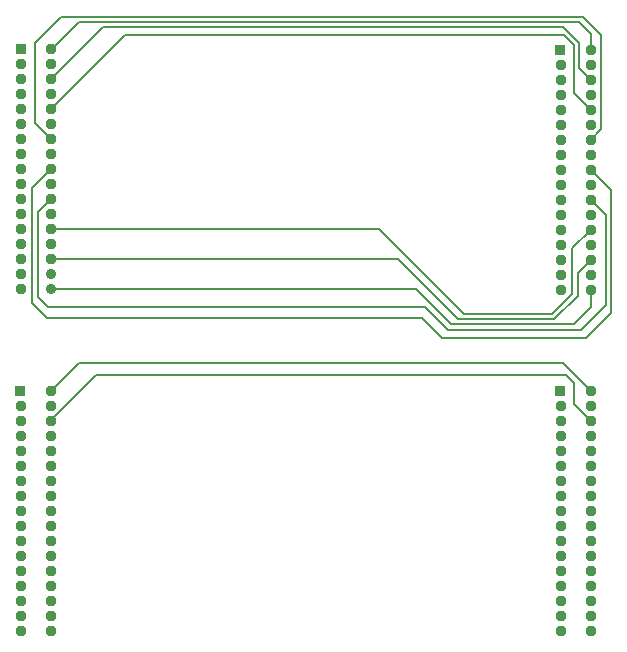
<source format=gbr>
%TF.GenerationSoftware,KiCad,Pcbnew,7.0.7*%
%TF.CreationDate,2023-09-12T23:31:05-05:00*%
%TF.ProjectId,Temps_North_DCT_HSK,54656d70-735f-44e6-9f72-74685f444354,B*%
%TF.SameCoordinates,Original*%
%TF.FileFunction,Copper,L2,Bot*%
%TF.FilePolarity,Positive*%
%FSLAX46Y46*%
G04 Gerber Fmt 4.6, Leading zero omitted, Abs format (unit mm)*
G04 Created by KiCad (PCBNEW 7.0.7) date 2023-09-12 23:31:05*
%MOMM*%
%LPD*%
G01*
G04 APERTURE LIST*
%TA.AperFunction,ComponentPad*%
%ADD10R,0.940800X0.940800*%
%TD*%
%TA.AperFunction,ComponentPad*%
%ADD11C,0.940800*%
%TD*%
%TA.AperFunction,ComponentPad*%
%ADD12C,0.890000*%
%TD*%
%TA.AperFunction,Conductor*%
%ADD13C,0.200000*%
%TD*%
G04 APERTURE END LIST*
D10*
%TO.P,J2,1,Pin_1*%
%TO.N,/TD2_1*%
X93944440Y-79857600D03*
D11*
%TO.P,J2,2,Pin_2*%
%TO.N,/TD2_2*%
X96504760Y-79857600D03*
%TO.P,J2,3,Pin_3*%
%TO.N,unconnected-(J2-Pin_3-Pad3)*%
X93954600Y-81127600D03*
%TO.P,J2,4,Pin_4*%
%TO.N,unconnected-(J2-Pin_4-Pad4)*%
X96494600Y-81127600D03*
%TO.P,J2,5,Pin_5*%
%TO.N,/TD2_5*%
X93954600Y-82397600D03*
%TO.P,J2,6,Pin_6*%
%TO.N,/TD2_6*%
X96494600Y-82397600D03*
%TO.P,J2,7,Pin_7*%
%TO.N,unconnected-(J2-Pin_7-Pad7)*%
X93954600Y-83667600D03*
%TO.P,J2,8,Pin_8*%
%TO.N,unconnected-(J2-Pin_8-Pad8)*%
X96494600Y-83667600D03*
%TO.P,J2,9,Pin_9*%
%TO.N,/TD2_9*%
X93954600Y-84937600D03*
%TO.P,J2,10,Pin_10*%
%TO.N,/TD2_10*%
X96494600Y-84937600D03*
%TO.P,J2,11,Pin_11*%
%TO.N,/TD2_11*%
X93954600Y-86207600D03*
%TO.P,J2,12,Pin_12*%
%TO.N,unconnected-(J2-Pin_12-Pad12)*%
X96494600Y-86207600D03*
%TO.P,J2,13,Pin_13*%
%TO.N,unconnected-(J2-Pin_13-Pad13)*%
X93954600Y-87477600D03*
%TO.P,J2,14,Pin_14*%
%TO.N,unconnected-(J2-Pin_14-Pad14)*%
X96494600Y-87477600D03*
%TO.P,J2,15,Pin_15*%
%TO.N,unconnected-(J2-Pin_15-Pad15)*%
X93954600Y-88747600D03*
%TO.P,J2,16,Pin_16*%
%TO.N,unconnected-(J2-Pin_16-Pad16)*%
X96494600Y-88747600D03*
%TO.P,J2,17,Pin_17*%
%TO.N,unconnected-(J2-Pin_17-Pad17)*%
X93954600Y-90017600D03*
%TO.P,J2,18,Pin_18*%
%TO.N,unconnected-(J2-Pin_18-Pad18)*%
X96494600Y-90017600D03*
%TO.P,J2,19,Pin_19*%
%TO.N,unconnected-(J2-Pin_19-Pad19)*%
X93954600Y-91287600D03*
%TO.P,J2,20,Pin_20*%
%TO.N,unconnected-(J2-Pin_20-Pad20)*%
X96494600Y-91287600D03*
%TO.P,J2,21,Pin_21*%
%TO.N,unconnected-(J2-Pin_21-Pad21)*%
X93954600Y-92557600D03*
%TO.P,J2,22,Pin_22*%
%TO.N,unconnected-(J2-Pin_22-Pad22)*%
X96494600Y-92557600D03*
%TO.P,J2,23,Pin_23*%
%TO.N,unconnected-(J2-Pin_23-Pad23)*%
X93954600Y-93827600D03*
%TO.P,J2,24,Pin_24*%
%TO.N,unconnected-(J2-Pin_24-Pad24)*%
X96494600Y-93827600D03*
%TO.P,J2,25,Pin_25*%
%TO.N,unconnected-(J2-Pin_25-Pad25)*%
X93954600Y-95097600D03*
%TO.P,J2,26,Pin_26*%
%TO.N,unconnected-(J2-Pin_26-Pad26)*%
X96494600Y-95097600D03*
%TO.P,J2,27,Pin_27*%
%TO.N,unconnected-(J2-Pin_27-Pad27)*%
X93954600Y-96367600D03*
%TO.P,J2,28,Pin_28*%
%TO.N,unconnected-(J2-Pin_28-Pad28)*%
X96494600Y-96367600D03*
%TO.P,J2,29,Pin_29*%
%TO.N,unconnected-(J2-Pin_29-Pad29)*%
X93954600Y-97637600D03*
%TO.P,J2,30,Pin_30*%
%TO.N,unconnected-(J2-Pin_30-Pad30)*%
X96494600Y-97637600D03*
%TO.P,J2,31,Pin_31*%
%TO.N,unconnected-(J2-Pin_31-Pad31)*%
X93954600Y-98907600D03*
%TO.P,J2,32,Pin_32*%
%TO.N,unconnected-(J2-Pin_32-Pad32)*%
X96494600Y-98907600D03*
%TO.P,J2,33,Pin_33*%
%TO.N,unconnected-(J2-Pin_33-Pad33)*%
X93954600Y-100177600D03*
%TO.P,J2,34,Pin_34*%
%TO.N,unconnected-(J2-Pin_34-Pad34)*%
X96494600Y-100177600D03*
%TD*%
D10*
%TO.P,J3,1,Pin_1*%
%TO.N,/TD1_1+*%
X139664440Y-50952400D03*
D11*
%TO.P,J3,2,Pin_2*%
%TO.N,/TD1_1-*%
X142224760Y-50952400D03*
%TO.P,J3,3,Pin_3*%
%TO.N,unconnected-(J3-Pin_3-Pad3)*%
X139674600Y-52222400D03*
%TO.P,J3,4,Pin_4*%
%TO.N,unconnected-(J3-Pin_4-Pad4)*%
X142214600Y-52222400D03*
%TO.P,J3,5,Pin_5*%
%TO.N,/TD1_5*%
X139674600Y-53492400D03*
%TO.P,J3,6,Pin_6*%
%TO.N,/TD1_6*%
X142214600Y-53492400D03*
%TO.P,J3,7,Pin_7*%
%TO.N,unconnected-(J3-Pin_7-Pad7)*%
X139674600Y-54762400D03*
%TO.P,J3,8,Pin_8*%
%TO.N,unconnected-(J3-Pin_8-Pad8)*%
X142214600Y-54762400D03*
%TO.P,J3,9,Pin_9*%
%TO.N,/TD1_9*%
X139674600Y-56032400D03*
%TO.P,J3,10,Pin_10*%
%TO.N,/TD1_10*%
X142214600Y-56032400D03*
%TO.P,J3,11,Pin_11*%
%TO.N,unconnected-(J3-Pin_11-Pad11)*%
X139674600Y-57302400D03*
%TO.P,J3,12,Pin_12*%
%TO.N,unconnected-(J3-Pin_12-Pad12)*%
X142214600Y-57302400D03*
%TO.P,J3,13,Pin_13*%
%TO.N,/TD1_13*%
X139674600Y-58572400D03*
%TO.P,J3,14,Pin_14*%
%TO.N,/TD1_14*%
X142214600Y-58572400D03*
%TO.P,J3,15,Pin_15*%
%TO.N,unconnected-(J3-Pin_15-Pad15)*%
X139674600Y-59842400D03*
%TO.P,J3,16,Pin_16*%
%TO.N,unconnected-(J3-Pin_16-Pad16)*%
X142214600Y-59842400D03*
%TO.P,J3,17,Pin_17*%
%TO.N,/TD1_17*%
X139674600Y-61112400D03*
%TO.P,J3,18,Pin_18*%
%TO.N,/TD1_18*%
X142214600Y-61112400D03*
%TO.P,J3,19,Pin_19*%
%TO.N,unconnected-(J3-Pin_19-Pad19)*%
X139674600Y-62382400D03*
%TO.P,J3,20,Pin_20*%
%TO.N,unconnected-(J3-Pin_20-Pad20)*%
X142214600Y-62382400D03*
%TO.P,J3,21,Pin_21*%
%TO.N,/TD1_21*%
X139674600Y-63652400D03*
%TO.P,J3,22,Pin_22*%
%TO.N,/TD1_22*%
X142214600Y-63652400D03*
%TO.P,J3,23,Pin_23*%
%TO.N,unconnected-(J3-Pin_23-Pad23)*%
X139674600Y-64922400D03*
%TO.P,J3,24,Pin_24*%
%TO.N,unconnected-(J3-Pin_24-Pad24)*%
X142214600Y-64922400D03*
%TO.P,J3,25,Pin_25*%
%TO.N,/TD1_25*%
X139674600Y-66192400D03*
%TO.P,J3,26,Pin_26*%
%TO.N,/TD1_26*%
X142214600Y-66192400D03*
%TO.P,J3,27,Pin_27*%
%TO.N,unconnected-(J3-Pin_27-Pad27)*%
X139674600Y-67462400D03*
%TO.P,J3,28,Pin_28*%
%TO.N,unconnected-(J3-Pin_28-Pad28)*%
X142214600Y-67462400D03*
%TO.P,J3,29,Pin_29*%
%TO.N,/TD1_29*%
X139674600Y-68732400D03*
%TO.P,J3,30,Pin_30*%
%TO.N,/TD1_30*%
X142214600Y-68732400D03*
%TO.P,J3,31,Pin_31*%
%TO.N,unconnected-(J3-Pin_31-Pad31)*%
X139674600Y-70002400D03*
%TO.P,J3,32,Pin_32*%
%TO.N,unconnected-(J3-Pin_32-Pad32)*%
X142214600Y-70002400D03*
%TO.P,J3,33,Pin_33*%
%TO.N,/TD1_33*%
X139674600Y-71272400D03*
%TO.P,J3,34,Pin_34*%
%TO.N,/TD1_34*%
X142214600Y-71272400D03*
%TD*%
D10*
%TO.P,J4,1,Pin_1*%
%TO.N,/TD2_1*%
X139659840Y-79857600D03*
D11*
%TO.P,J4,2,Pin_2*%
%TO.N,/TD2_2*%
X142220160Y-79857600D03*
%TO.P,J4,3,Pin_3*%
%TO.N,unconnected-(J4-Pin_3-Pad3)*%
X139670000Y-81127600D03*
%TO.P,J4,4,Pin_4*%
%TO.N,unconnected-(J4-Pin_4-Pad4)*%
X142210000Y-81127600D03*
%TO.P,J4,5,Pin_5*%
%TO.N,/TD2_5*%
X139670000Y-82397600D03*
%TO.P,J4,6,Pin_6*%
%TO.N,/TD2_6*%
X142210000Y-82397600D03*
%TO.P,J4,7,Pin_7*%
%TO.N,unconnected-(J4-Pin_7-Pad7)*%
X139670000Y-83667600D03*
%TO.P,J4,8,Pin_8*%
%TO.N,unconnected-(J4-Pin_8-Pad8)*%
X142210000Y-83667600D03*
%TO.P,J4,9,Pin_9*%
%TO.N,/TD2_10*%
X139670000Y-84937600D03*
%TO.P,J4,10,Pin_10*%
%TO.N,/TD2_9*%
X142210000Y-84937600D03*
%TO.P,J4,11,Pin_11*%
%TO.N,unconnected-(J4-Pin_11-Pad11)*%
X139670000Y-86207600D03*
%TO.P,J4,12,Pin_12*%
%TO.N,/TD2_11*%
X142210000Y-86207600D03*
%TO.P,J4,13,Pin_13*%
%TO.N,unconnected-(J4-Pin_13-Pad13)*%
X139670000Y-87477600D03*
%TO.P,J4,14,Pin_14*%
%TO.N,unconnected-(J4-Pin_14-Pad14)*%
X142210000Y-87477600D03*
%TO.P,J4,15,Pin_15*%
%TO.N,unconnected-(J4-Pin_15-Pad15)*%
X139670000Y-88747600D03*
%TO.P,J4,16,Pin_16*%
%TO.N,unconnected-(J4-Pin_16-Pad16)*%
X142210000Y-88747600D03*
%TO.P,J4,17,Pin_17*%
%TO.N,unconnected-(J4-Pin_17-Pad17)*%
X139670000Y-90017600D03*
%TO.P,J4,18,Pin_18*%
%TO.N,unconnected-(J4-Pin_18-Pad18)*%
X142210000Y-90017600D03*
%TO.P,J4,19,Pin_19*%
%TO.N,unconnected-(J4-Pin_19-Pad19)*%
X139670000Y-91287600D03*
%TO.P,J4,20,Pin_20*%
%TO.N,unconnected-(J4-Pin_20-Pad20)*%
X142210000Y-91287600D03*
%TO.P,J4,21,Pin_21*%
%TO.N,unconnected-(J4-Pin_21-Pad21)*%
X139670000Y-92557600D03*
%TO.P,J4,22,Pin_22*%
%TO.N,unconnected-(J4-Pin_22-Pad22)*%
X142210000Y-92557600D03*
%TO.P,J4,23,Pin_23*%
%TO.N,unconnected-(J4-Pin_23-Pad23)*%
X139670000Y-93827600D03*
%TO.P,J4,24,Pin_24*%
%TO.N,unconnected-(J4-Pin_24-Pad24)*%
X142210000Y-93827600D03*
%TO.P,J4,25,Pin_25*%
%TO.N,unconnected-(J4-Pin_25-Pad25)*%
X139670000Y-95097600D03*
%TO.P,J4,26,Pin_26*%
%TO.N,unconnected-(J4-Pin_26-Pad26)*%
X142210000Y-95097600D03*
%TO.P,J4,27,Pin_27*%
%TO.N,unconnected-(J4-Pin_27-Pad27)*%
X139670000Y-96367600D03*
%TO.P,J4,28,Pin_28*%
%TO.N,unconnected-(J4-Pin_28-Pad28)*%
X142210000Y-96367600D03*
%TO.P,J4,29,Pin_29*%
%TO.N,unconnected-(J4-Pin_29-Pad29)*%
X139670000Y-97637600D03*
%TO.P,J4,30,Pin_30*%
%TO.N,unconnected-(J4-Pin_30-Pad30)*%
X142210000Y-97637600D03*
%TO.P,J4,31,Pin_31*%
%TO.N,unconnected-(J4-Pin_31-Pad31)*%
X139670000Y-98907600D03*
%TO.P,J4,32,Pin_32*%
%TO.N,unconnected-(J4-Pin_32-Pad32)*%
X142210000Y-98907600D03*
%TO.P,J4,33,Pin_33*%
%TO.N,unconnected-(J4-Pin_33-Pad33)*%
X139670000Y-100177600D03*
%TO.P,J4,34,Pin_34*%
%TO.N,unconnected-(J4-Pin_34-Pad34)*%
X142210000Y-100177600D03*
%TD*%
D10*
%TO.P,J1,1,Pin_1*%
%TO.N,/TD1_1+*%
X93969840Y-50901600D03*
D11*
%TO.P,J1,2,Pin_2*%
%TO.N,/TD1_1-*%
X96530160Y-50901600D03*
%TO.P,J1,3,Pin_3*%
%TO.N,unconnected-(J1-Pin_3-Pad3)*%
X93980000Y-52171600D03*
%TO.P,J1,4,Pin_4*%
%TO.N,unconnected-(J1-Pin_4-Pad4)*%
X96520000Y-52171600D03*
%TO.P,J1,5,Pin_5*%
%TO.N,/TD1_5*%
X93980000Y-53441600D03*
%TO.P,J1,6,Pin_6*%
%TO.N,/TD1_6*%
X96520000Y-53441600D03*
%TO.P,J1,7,Pin_7*%
%TO.N,unconnected-(J1-Pin_7-Pad7)*%
X93980000Y-54711600D03*
%TO.P,J1,8,Pin_8*%
%TO.N,unconnected-(J1-Pin_8-Pad8)*%
X96520000Y-54711600D03*
%TO.P,J1,9,Pin_9*%
%TO.N,/TD1_9*%
X93980000Y-55981600D03*
%TO.P,J1,10,Pin_10*%
%TO.N,/TD1_10*%
X96520000Y-55981600D03*
%TO.P,J1,11,Pin_11*%
%TO.N,unconnected-(J1-Pin_11-Pad11)*%
X93980000Y-57251600D03*
%TO.P,J1,12,Pin_12*%
%TO.N,unconnected-(J1-Pin_12-Pad12)*%
X96520000Y-57251600D03*
%TO.P,J1,13,Pin_13*%
%TO.N,/TD1_13*%
X93980000Y-58521600D03*
%TO.P,J1,14,Pin_14*%
%TO.N,/TD1_14*%
X96520000Y-58521600D03*
%TO.P,J1,15,Pin_15*%
%TO.N,unconnected-(J1-Pin_15-Pad15)*%
X93980000Y-59791600D03*
%TO.P,J1,16,Pin_16*%
%TO.N,unconnected-(J1-Pin_16-Pad16)*%
X96520000Y-59791600D03*
%TO.P,J1,17,Pin_17*%
%TO.N,/TD1_17*%
X93980000Y-61061600D03*
%TO.P,J1,18,Pin_18*%
%TO.N,/TD1_18*%
X96520000Y-61061600D03*
%TO.P,J1,19,Pin_19*%
%TO.N,unconnected-(J1-Pin_19-Pad19)*%
X93980000Y-62331600D03*
%TO.P,J1,20,Pin_20*%
%TO.N,unconnected-(J1-Pin_20-Pad20)*%
X96520000Y-62331600D03*
%TO.P,J1,21,Pin_21*%
%TO.N,/TD1_21*%
X93980000Y-63601600D03*
%TO.P,J1,22,Pin_22*%
%TO.N,/TD1_22*%
X96520000Y-63601600D03*
%TO.P,J1,23,Pin_23*%
%TO.N,unconnected-(J1-Pin_23-Pad23)*%
X93980000Y-64871600D03*
%TO.P,J1,24,Pin_24*%
%TO.N,unconnected-(J1-Pin_24-Pad24)*%
X96520000Y-64871600D03*
%TO.P,J1,25,Pin_25*%
%TO.N,/TD1_25*%
X93980000Y-66141600D03*
%TO.P,J1,26,Pin_26*%
%TO.N,/TD1_26*%
X96520000Y-66141600D03*
%TO.P,J1,27,Pin_27*%
%TO.N,unconnected-(J1-Pin_27-Pad27)*%
X93980000Y-67411600D03*
%TO.P,J1,28,Pin_28*%
%TO.N,unconnected-(J1-Pin_28-Pad28)*%
X96520000Y-67411600D03*
%TO.P,J1,29,Pin_29*%
%TO.N,/TD1_29*%
X93980000Y-68681600D03*
%TO.P,J1,30,Pin_30*%
%TO.N,/TD1_30*%
X96520000Y-68681600D03*
%TO.P,J1,31,Pin_31*%
%TO.N,unconnected-(J1-Pin_31-Pad31)*%
X93980000Y-69951600D03*
D12*
%TO.P,J1,32,Pin_32*%
%TO.N,unconnected-(J1-Pin_32-Pad32)*%
X96520000Y-69951600D03*
D11*
%TO.P,J1,33,Pin_33*%
%TO.N,/TD1_33*%
X93980000Y-71221600D03*
D12*
%TO.P,J1,34,Pin_34*%
%TO.N,/TD1_34*%
X96520000Y-71221600D03*
%TD*%
D13*
%TO.N,/TD1_10*%
X140807400Y-50554560D02*
X140807400Y-54625200D01*
X140807400Y-54625200D02*
X142214600Y-56032400D01*
X139940440Y-49687600D02*
X140807400Y-50554560D01*
X102807400Y-49687600D02*
X139940440Y-49687600D01*
X96520000Y-55975000D02*
X102807400Y-49687600D01*
X96520000Y-55981600D02*
X96520000Y-55975000D01*
%TO.N,/TD1_6*%
X96553400Y-53441600D02*
X96520000Y-53441600D01*
X141207400Y-50387600D02*
X139907400Y-49087600D01*
X139907400Y-49087600D02*
X100907400Y-49087600D01*
X141207400Y-52485200D02*
X141207400Y-50387600D01*
X100907400Y-49087600D02*
X96553400Y-53441600D01*
X142214600Y-53492400D02*
X141207400Y-52485200D01*
%TO.N,/TD1_1-*%
X141207400Y-48587600D02*
X142224760Y-49604960D01*
X98907400Y-48587600D02*
X141207400Y-48587600D01*
X96593400Y-50901600D02*
X98907400Y-48587600D01*
X142224760Y-49604960D02*
X142224760Y-50952400D01*
X96530160Y-50901600D02*
X96593400Y-50901600D01*
%TO.N,/TD2_6*%
X96494600Y-82300400D02*
X96494600Y-82397600D01*
X100307400Y-78487600D02*
X96494600Y-82300400D01*
X140107400Y-78487600D02*
X100307400Y-78487600D01*
X140807400Y-79187600D02*
X140107400Y-78487600D01*
X140807400Y-80995000D02*
X140807400Y-79187600D01*
X142210000Y-82397600D02*
X140807400Y-80995000D01*
%TO.N,/TD2_2*%
X139850160Y-77487600D02*
X142220160Y-79857600D01*
X98907400Y-77487600D02*
X139850160Y-77487600D01*
X96504760Y-79857600D02*
X96537400Y-79857600D01*
X96537400Y-79857600D02*
X98907400Y-77487600D01*
%TO.N,/TD1_14*%
X141607400Y-48187600D02*
X97407400Y-48187600D01*
X95207400Y-50387600D02*
X95207400Y-57209000D01*
X143107400Y-49687600D02*
X141607400Y-48187600D01*
X142214600Y-58572400D02*
X143107400Y-57679600D01*
X95207400Y-57209000D02*
X96520000Y-58521600D01*
X143107400Y-57679600D02*
X143107400Y-49687600D01*
X97407400Y-48187600D02*
X95207400Y-50387600D01*
%TO.N,/TD1_18*%
X96207400Y-73687600D02*
X127907400Y-73687600D01*
X94907400Y-72387600D02*
X96207400Y-73687600D01*
X143907400Y-73287600D02*
X143907400Y-62805200D01*
X143907400Y-62805200D02*
X142214600Y-61112400D01*
X129607400Y-75387600D02*
X141807400Y-75387600D01*
X141807400Y-75387600D02*
X143907400Y-73287600D01*
X94907400Y-62674200D02*
X94907400Y-72387600D01*
X127907400Y-73687600D02*
X129607400Y-75387600D01*
X96520000Y-61061600D02*
X94907400Y-62674200D01*
%TO.N,/TD1_22*%
X143507400Y-64945200D02*
X142214600Y-63652400D01*
X95407400Y-71887600D02*
X96307400Y-72787600D01*
X95407400Y-64714200D02*
X95407400Y-71887600D01*
X130107400Y-74687600D02*
X141407400Y-74687600D01*
X141407400Y-74687600D02*
X143507400Y-72587600D01*
X128207400Y-72787600D02*
X130107400Y-74687600D01*
X143507400Y-72587600D02*
X143507400Y-64945200D01*
X96307400Y-72787600D02*
X128207400Y-72787600D01*
X96520000Y-63601600D02*
X95407400Y-64714200D01*
%TO.N,/TD1_26*%
X138941714Y-73387600D02*
X140674557Y-71654757D01*
X124261400Y-66141600D02*
X131507400Y-73387600D01*
X131507400Y-73387600D02*
X138941714Y-73387600D01*
X140674557Y-67732443D02*
X142214600Y-66192400D01*
X96520000Y-66141600D02*
X124261400Y-66141600D01*
X140674557Y-71654757D02*
X140674557Y-67732443D01*
%TO.N,/TD1_30*%
X125901400Y-68681600D02*
X96520000Y-68681600D01*
X139107400Y-73787600D02*
X131007400Y-73787600D01*
X141107400Y-71787600D02*
X139107400Y-73787600D01*
X131007400Y-73787600D02*
X125901400Y-68681600D01*
X141107400Y-69839600D02*
X141107400Y-71787600D01*
X142214600Y-68732400D02*
X141107400Y-69839600D01*
%TO.N,/TD1_34*%
X142214600Y-72780400D02*
X140807400Y-74187600D01*
X140807400Y-74187600D02*
X130407400Y-74187600D01*
X142214600Y-71272400D02*
X142214600Y-72780400D01*
X127441400Y-71221600D02*
X96520000Y-71221600D01*
X130407400Y-74187600D02*
X127441400Y-71221600D01*
%TO.N,/TD2_2*%
X96504760Y-79857600D02*
X96674760Y-79687600D01*
%TO.N,/TD2_6*%
X142210000Y-82397600D02*
X141917400Y-82397600D01*
%TD*%
M02*

</source>
